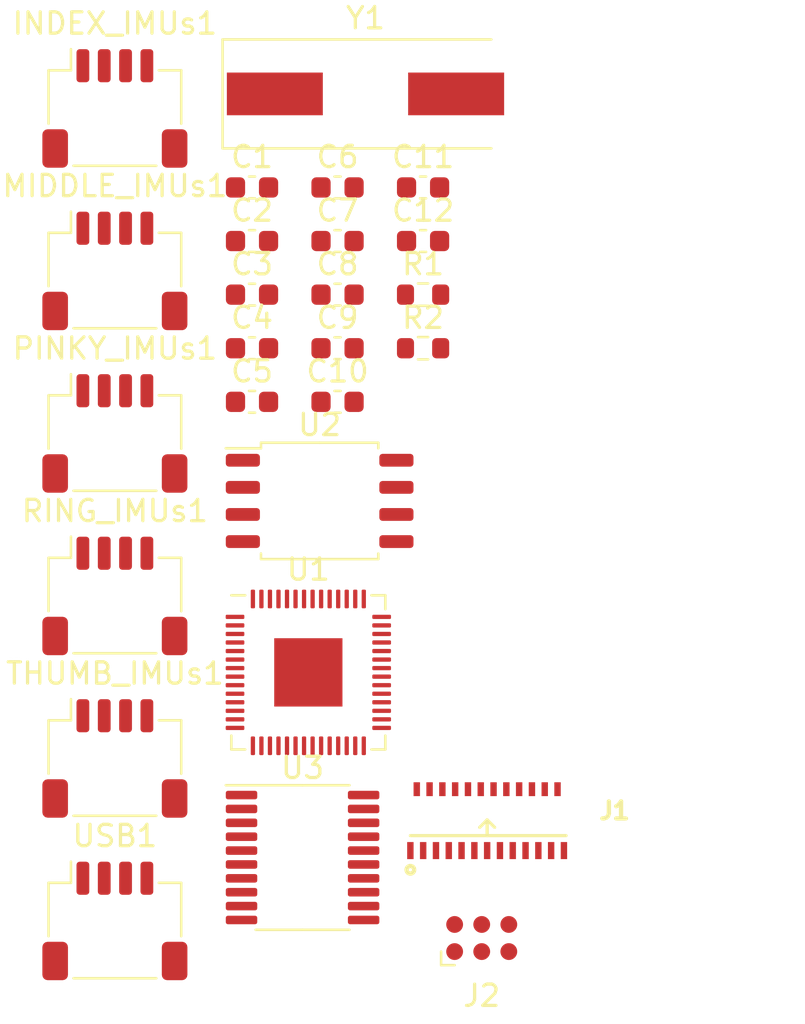
<source format=kicad_pcb>
(kicad_pcb (version 20221018) (generator pcbnew)
  (layers (0 "F.Cu" signal) (31 "B.Cu" signal) (34 "B.Paste" user) (35 "F.Paste" user) (36 "B.SilkS" user "B.Silkscreen") (37 "F.SilkS" user "F.Silkscreen") (38 "B.Mask" user) (39 "F.Mask" user) (44 "Edge.Cuts" user))
  (property "SHEETTOTAL" "1")
  (net 0 "")
  (net 1 "+3V3")
  (net 2 "GND")
  (net 3 "+1V1")
  (net 4 "Net-(U1-ADC_AVDD)")
  (net 5 "Net-(U1-XIN)")
  (net 6 "Net-(C12-Pad1)")
  (net 7 "Net-(INDEX_IMUs1-Pin_2)")
  (net 8 "Net-(INDEX_IMUs1-Pin_3)")
  (net 9 "D10-MI_CS")
  (net 10 "D12-MI_MISO")
  (net 11 "D11-MI_MOSI")
  (net 12 "D13-MI_SCLK")
  (net 13 "FPGA_GPIO_7")
  (net 14 "UART_RX")
  (net 15 "UART_TX")
  (net 16 "HAPTICS_DRV")
  (net 17 "NRF_SWCLK")
  (net 18 "FPGA_GPIO_4")
  (net 19 "FPGA_GPIO_5")
  (net 20 "FPGA_GPIO_6")
  (net 21 "MCU_SWDIO")
  (net 22 "MCU_NRST")
  (net 23 "NRF_NRST")
  (net 24 "NRF_SWDIO")
  (net 25 "MCU_SWCLK")
  (net 26 "FPGA_GPIO_12")
  (net 27 "FPGA_GPIO_13")
  (net 28 "VCORE")
  (net 29 "VSYS")
  (net 30 "VUSB")
  (net 31 "Net-(J2-SWDIO)")
  (net 32 "Net-(J2-~{RESET})")
  (net 33 "Net-(J2-SWCLK)")
  (net 35 "Net-(MIDDLE_IMUs1-Pin_2)")
  (net 36 "Net-(MIDDLE_IMUs1-Pin_3)")
  (net 37 "Net-(PINKY_IMUs1-Pin_2)")
  (net 38 "Net-(PINKY_IMUs1-Pin_3)")
  (net 39 "Net-(U1-XOUT)")
  (net 40 "Net-(RING_IMUs1-Pin_2)")
  (net 41 "Net-(RING_IMUs1-Pin_3)")
  (net 42 "Net-(THUMB_IMUs1-Pin_2)")
  (net 43 "Net-(THUMB_IMUs1-Pin_3)")
  (net 44 "Net-(U1-GPIO0)")
  (net 45 "Net-(U1-GPIO1)")
  (net 46 "Net-(U1-GPIO4)")
  (net 47 "Net-(U1-GPIO5)")
  (net 48 "Net-(U1-GPIO6)")
  (net 68 "Net-(U1-USB_DM)")
  (net 69 "Net-(U1-USB_DP)")
  (net 70 "Net-(U1-QSPI_SD3)")
  (net 71 "Net-(U1-QSPI_SCLK)")
  (net 72 "Net-(U1-QSPI_SD0)")
  (net 73 "Net-(U1-QSPI_SD2)")
  (net 74 "Net-(U1-QSPI_SD1)")
  (net 75 "Net-(U1-QSPI_SS)")
  (net 81 "VUSB_IN")
  (footprint "Connector_JST:JST_SH_SM04B-SRSS-TB_1x04-1MP_P1.00mm_Horizontal" (layer "F.Cu") (at 93.79 85.954)
    (fp_text reference "RING_IMUs1" (at 0 -3.98) (layer "F.SilkS"))
    (fp_text value "Conn_01x04")
    (fp_line (start -3.11 -1.785) (end -2.06 -1.785) (stroke (width 0.12)) (layer "F.SilkS"))
    (fp_line (start -3.11 0.715) (end -3.11 -1.785) (stroke (width 0.12)) (layer "F.SilkS"))
    (fp_line (start -2.06 -1.785) (end -2.06 -2.775) (stroke (width 0.12)) (layer "F.SilkS"))
    (fp_line (start -1.94 2.685) (end 1.94 2.685) (stroke (width 0.12)) (layer "F.SilkS"))
    (fp_line (start 3.11 -1.785) (end 2.06 -1.785) (stroke (width 0.12)) (layer "F.SilkS"))
    (fp_line (start 3.11 0.715) (end 3.11 -1.785) (stroke (width 0.12)) (layer "F.SilkS"))
    (pad "1" smd roundrect (at -1.5 -2) (size 0.6 1.55) (layers "F.Cu" "F.Paste" "F.Mask") (net 2 "GND"))
    (pad "2" smd roundrect (at -0.5 -2) (size 0.6 1.55) (layers "F.Cu" "F.Paste" "F.Mask") (net 40 "Net-(RING_IMUs1-Pin_2)"))
    (pad "3" smd roundrect (at 0.5 -2) (size 0.6 1.55) (layers "F.Cu" "F.Paste" "F.Mask") (net 41 "Net-(RING_IMUs1-Pin_3)"))
    (pad "4" smd roundrect (at 1.5 -2) (size 0.6 1.55) (layers "F.Cu" "F.Paste" "F.Mask") (net 1 "+3V3"))
    (pad "MP" smd roundrect (at -2.8 1.875) (size 1.2 1.8) (layers "F.Cu" "F.Paste" "F.Mask") (roundrect_rratio 0.208333))
    (pad "MP" smd roundrect (at 2.8 1.875) (size 1.2 1.8) (layers "F.Cu" "F.Paste" "F.Mask") (roundrect_rratio 0.208333))
  )
  (footprint "Connector_JST:JST_SH_SM04B-SRSS-TB_1x04-1MP_P1.00mm_Horizontal" (layer "F.Cu") (at 93.79 78.344)
    (fp_text reference "PINKY_IMUs1" (at 0 -3.98) (layer "F.SilkS"))
    (fp_text value "Conn_01x04")
    (fp_line (start -3.11 -1.785) (end -2.06 -1.785) (stroke (width 0.12)) (layer "F.SilkS"))
    (fp_line (start -3.11 0.715) (end -3.11 -1.785) (stroke (width 0.12)) (layer "F.SilkS"))
    (fp_line (start -2.06 -1.785) (end -2.06 -2.775) (stroke (width 0.12)) (layer "F.SilkS"))
    (fp_line (start -1.94 2.685) (end 1.94 2.685) (stroke (width 0.12)) (layer "F.SilkS"))
    (fp_line (start 3.11 -1.785) (end 2.06 -1.785) (stroke (width 0.12)) (layer "F.SilkS"))
    (fp_line (start 3.11 0.715) (end 3.11 -1.785) (stroke (width 0.12)) (layer "F.SilkS"))
    (pad "1" smd roundrect (at -1.5 -2) (size 0.6 1.55) (layers "F.Cu" "F.Paste" "F.Mask") (net 2 "GND"))
    (pad "2" smd roundrect (at -0.5 -2) (size 0.6 1.55) (layers "F.Cu" "F.Paste" "F.Mask") (net 37 "Net-(PINKY_IMUs1-Pin_2)"))
    (pad "3" smd roundrect (at 0.5 -2) (size 0.6 1.55) (layers "F.Cu" "F.Paste" "F.Mask") (net 38 "Net-(PINKY_IMUs1-Pin_3)"))
    (pad "4" smd roundrect (at 1.5 -2) (size 0.6 1.55) (layers "F.Cu" "F.Paste" "F.Mask") (net 1 "+3V3"))
    (pad "MP" smd roundrect (at -2.8 1.875) (size 1.2 1.8) (layers "F.Cu" "F.Paste" "F.Mask") (roundrect_rratio 0.208333))
    (pad "MP" smd roundrect (at 2.8 1.875) (size 1.2 1.8) (layers "F.Cu" "F.Paste" "F.Mask") (roundrect_rratio 0.208333))
  )
  (footprint "Capacitor_SMD:C_0603_1608Metric" (layer "F.Cu") (at 104.23 71.844)
    (fp_text reference "C8" (at 0 -1.43) (layer "F.SilkS"))
    (fp_text value "100n")
    (fp_line (start -0.14058 -0.51) (end 0.14058 -0.51) (stroke (width 0.12)) (layer "F.SilkS"))
    (fp_line (start -0.14058 0.51) (end 0.14058 0.51) (stroke (width 0.12)) (layer "F.SilkS"))
    (pad "1" smd roundrect (at -0.775 0) (size 0.9 0.95) (layers "F.Cu" "F.Paste" "F.Mask") (net 3 "+1V1"))
    (pad "2" smd roundrect (at 0.775 0) (size 0.9 0.95) (layers "F.Cu" "F.Paste" "F.Mask") (net 2 "GND"))
  )
  (footprint "Resistor_SMD:R_0603_1608Metric" (layer "F.Cu") (at 108.24 74.354)
    (fp_text reference "R2" (at 0 -1.43) (layer "F.SilkS"))
    (fp_text value "1k")
    (fp_line (start -0.237258 -0.5225) (end 0.237258 -0.5225) (stroke (width 0.12)) (layer "F.SilkS"))
    (fp_line (start -0.237258 0.5225) (end 0.237258 0.5225) (stroke (width 0.12)) (layer "F.SilkS"))
    (pad "1" smd roundrect (at -0.825 0) (size 0.8 0.95) (layers "F.Cu" "F.Paste" "F.Mask") (net 6 "Net-(C12-Pad1)"))
    (pad "2" smd roundrect (at 0.825 0) (size 0.8 0.95) (layers "F.Cu" "F.Paste" "F.Mask") (net 39 "Net-(U1-XOUT)"))
  )
  (footprint "Capacitor_SMD:C_0603_1608Metric" (layer "F.Cu") (at 100.22 69.334)
    (fp_text reference "C2" (at 0 -1.43) (layer "F.SilkS"))
    (fp_text value "100n")
    (fp_line (start -0.14058 -0.51) (end 0.14058 -0.51) (stroke (width 0.12)) (layer "F.SilkS"))
    (fp_line (start -0.14058 0.51) (end 0.14058 0.51) (stroke (width 0.12)) (layer "F.SilkS"))
    (pad "1" smd roundrect (at -0.775 0) (size 0.9 0.95) (layers "F.Cu" "F.Paste" "F.Mask") (net 1 "+3V3"))
    (pad "2" smd roundrect (at 0.775 0) (size 0.9 0.95) (layers "F.Cu" "F.Paste" "F.Mask") (net 2 "GND"))
  )
  (footprint "Capacitor_SMD:C_0603_1608Metric" (layer "F.Cu") (at 104.23 66.824)
    (fp_text reference "C6" (at 0 -1.43) (layer "F.SilkS"))
    (fp_text value "100n")
    (fp_line (start -0.14058 -0.51) (end 0.14058 -0.51) (stroke (width 0.12)) (layer "F.SilkS"))
    (fp_line (start -0.14058 0.51) (end 0.14058 0.51) (stroke (width 0.12)) (layer "F.SilkS"))
    (pad "1" smd roundrect (at -0.775 0) (size 0.9 0.95) (layers "F.Cu" "F.Paste" "F.Mask") (net 1 "+3V3"))
    (pad "2" smd roundrect (at 0.775 0) (size 0.9 0.95) (layers "F.Cu" "F.Paste" "F.Mask") (net 2 "GND"))
  )
  (footprint "Package_SO:SOP-8_5.28x5.23mm_P1.27mm" (layer "F.Cu") (at 103.39 81.504)
    (fp_text reference "U2" (at 0 -3.56) (layer "F.SilkS"))
    (fp_text value "MX25L3233FM2")
    (fp_line (start -2.75 -2.725) (end -2.75 -2.465) (stroke (width 0.12)) (layer "F.SilkS"))
    (fp_line (start -2.75 -2.465) (end -4.4 -2.465) (stroke (width 0.12)) (layer "F.SilkS"))
    (fp_line (start -2.75 2.725) (end -2.75 2.465) (stroke (width 0.12)) (layer "F.SilkS"))
    (fp_line (start 0 -2.725) (end -2.75 -2.725) (stroke (width 0.12)) (layer "F.SilkS"))
    (fp_line (start 0 -2.725) (end 2.75 -2.725) (stroke (width 0.12)) (layer "F.SilkS"))
    (fp_line (start 0 2.725) (end -2.75 2.725) (stroke (width 0.12)) (layer "F.SilkS"))
    (fp_line (start 0 2.725) (end 2.75 2.725) (stroke (width 0.12)) (layer "F.SilkS"))
    (fp_line (start 2.75 -2.725) (end 2.75 -2.465) (stroke (width 0.12)) (layer "F.SilkS"))
    (fp_line (start 2.75 2.725) (end 2.75 2.465) (stroke (width 0.12)) (layer "F.SilkS"))
    (pad "1" smd roundrect (at -3.6 -1.905) (size 1.6 0.6) (layers "F.Cu" "F.Paste" "F.Mask") (net 75 "Net-(U1-QSPI_SS)"))
    (pad "2" smd roundrect (at -3.6 -0.635) (size 1.6 0.6) (layers "F.Cu" "F.Paste" "F.Mask") (net 74 "Net-(U1-QSPI_SD1)"))
    (pad "3" smd roundrect (at -3.6 0.635) (size 1.6 0.6) (layers "F.Cu" "F.Paste" "F.Mask") (net 73 "Net-(U1-QSPI_SD2)"))
    (pad "4" smd roundrect (at -3.6 1.905) (size 1.6 0.6) (layers "F.Cu" "F.Paste" "F.Mask") (net 2 "GND"))
    (pad "5" smd roundrect (at 3.6 1.905) (size 1.6 0.6) (layers "F.Cu" "F.Paste" "F.Mask") (net 72 "Net-(U1-QSPI_SD0)"))
    (pad "6" smd roundrect (at 3.6 0.635) (size 1.6 0.6) (layers "F.Cu" "F.Paste" "F.Mask") (net 71 "Net-(U1-QSPI_SCLK)"))
    (pad "7" smd roundrect (at 3.6 -0.635) (size 1.6 0.6) (layers "F.Cu" "F.Paste" "F.Mask") (net 70 "Net-(U1-QSPI_SD3)"))
    (pad "8" smd roundrect (at 3.6 -1.905) (size 1.6 0.6) (layers "F.Cu" "F.Paste" "F.Mask") (net 1 "+3V3"))
  )
  (footprint "Connector:Tag-Connect_TC2030-IDC-NL_2x03_P1.27mm_Vertical" (layer "F.Cu") (at 110.99 101.974)
    (fp_text reference "J2" (at 0 2.7) (layer "F.SilkS"))
    (fp_text value "Conn_ARM_SWD_TagConnect_TC2030-NL")
    (fp_line (start -1.905 1.27) (end -1.905 0.635) (stroke (width 0.12)) (layer "F.SilkS"))
    (fp_line (start -1.27 1.27) (end -1.905 1.27) (stroke (width 0.12)) (layer "F.SilkS"))
    (pad "" np_thru_hole circle (at -2.54 0) (size 0.9906 0.9906) (drill 0.9906) (layers "*.Cu" "*.Mask"))
    (pad "" np_thru_hole circle (at 2.54 -1.016) (size 0.9906 0.9906) (drill 0.9906) (layers "*.Cu" "*.Mask"))
    (pad "" np_thru_hole circle (at 2.54 1.016) (size 0.9906 0.9906) (drill 0.9906) (layers "*.Cu" "*.Mask"))
    (pad "1" connect circle (at -1.27 0.635) (size 0.7874 0.7874) (layers "F.Cu" "F.Mask") (net 1 "+3V3"))
    (pad "2" connect circle (at -1.27 -0.635) (size 0.7874 0.7874) (layers "F.Cu" "F.Mask") (net 31 "Net-(J2-SWDIO)"))
    (pad "3" connect circle (at 0 0.635) (size 0.7874 0.7874) (layers "F.Cu" "F.Mask") (net 32 "Net-(J2-~{RESET})"))
    (pad "4" connect circle (at 0 -0.635) (size 0.7874 0.7874) (layers "F.Cu" "F.Mask") (net 33 "Net-(J2-SWCLK)"))
    (pad "5" connect circle (at 1.27 0.635) (size 0.7874 0.7874) (layers "F.Cu" "F.Mask") (net 2 "GND"))
    (pad "6" connect circle (at 1.27 -0.635) (size 0.7874 0.7874) (layers "F.Cu" "F.Mask"))
  )
  (footprint "Connector_JST:JST_SH_SM04B-SRSS-TB_1x04-1MP_P1.00mm_Horizontal" (layer "F.Cu") (at 93.79 93.564)
    (fp_text reference "THUMB_IMUs1" (at 0 -3.98) (layer "F.SilkS"))
    (fp_text value "Conn_01x04")
    (fp_line (start -3.11 -1.785) (end -2.06 -1.785) (stroke (width 0.12)) (layer "F.SilkS"))
    (fp_line (start -3.11 0.715) (end -3.11 -1.785) (stroke (width 0.12)) (layer "F.SilkS"))
    (fp_line (start -2.06 -1.785) (end -2.06 -2.775) (stroke (width 0.12)) (layer "F.SilkS"))
    (fp_line (start -1.94 2.685) (end 1.94 2.685) (stroke (width 0.12)) (layer "F.SilkS"))
    (fp_line (start 3.11 -1.785) (end 2.06 -1.785) (stroke (width 0.12)) (layer "F.SilkS"))
    (fp_line (start 3.11 0.715) (end 3.11 -1.785) (stroke (width 0.12)) (layer "F.SilkS"))
    (pad "1" smd roundrect (at -1.5 -2) (size 0.6 1.55) (layers "F.Cu" "F.Paste" "F.Mask") (net 2 "GND"))
    (pad "2" smd roundrect (at -0.5 -2) (size 0.6 1.55) (layers "F.Cu" "F.Paste" "F.Mask") (net 42 "Net-(THUMB_IMUs1-Pin_2)"))
    (pad "3" smd roundrect (at 0.5 -2) (size 0.6 1.55) (layers "F.Cu" "F.Paste" "F.Mask") (net 43 "Net-(THUMB_IMUs1-Pin_3)"))
    (pad "4" smd roundrect (at 1.5 -2) (size 0.6 1.55) (layers "F.Cu" "F.Paste" "F.Mask") (net 1 "+3V3"))
    (pad "MP" smd roundrect (at -2.8 1.875) (size 1.2 1.8) (layers "F.Cu" "F.Paste" "F.Mask") (roundrect_rratio 0.208333))
    (pad "MP" smd roundrect (at 2.8 1.875) (size 1.2 1.8) (layers "F.Cu" "F.Paste" "F.Mask") (roundrect_rratio 0.208333))
  )
  (footprint "Capacitor_SMD:C_0603_1608Metric" (layer "F.Cu") (at 104.23 74.354)
    (fp_text reference "C9" (at 0 -1.43) (layer "F.SilkS"))
    (fp_text value "100n")
    (fp_line (start -0.14058 -0.51) (end 0.14058 -0.51) (stroke (width 0.12)) (layer "F.SilkS"))
    (fp_line (start -0.14058 0.51) (end 0.14058 0.51) (stroke (width 0.12)) (layer "F.SilkS"))
    (pad "1" smd roundrect (at -0.775 0) (size 0.9 0.95) (layers "F.Cu" "F.Paste" "F.Mask") (net 3 "+1V1"))
    (pad "2" smd roundrect (at 0.775 0) (size 0.9 0.95) (layers "F.Cu" "F.Paste" "F.Mask") (net 2 "GND"))
  )
  (footprint "Capacitor_SMD:C_0603_1608Metric" (layer "F.Cu") (at 100.22 71.844)
    (fp_text reference "C3" (at 0 -1.43) (layer "F.SilkS"))
    (fp_text value "100n")
    (fp_line (start -0.14058 -0.51) (end 0.14058 -0.51) (stroke (width 0.12)) (layer "F.SilkS"))
    (fp_line (start -0.14058 0.51) (end 0.14058 0.51) (stroke (width 0.12)) (layer "F.SilkS"))
    (pad "1" smd roundrect (at -0.775 0) (size 0.9 0.95) (layers "F.Cu" "F.Paste" "F.Mask") (net 1 "+3V3"))
    (pad "2" smd roundrect (at 0.775 0) (size 0.9 0.95) (layers "F.Cu" "F.Paste" "F.Mask") (net 2 "GND"))
  )
  (footprint "Connector_JST:JST_SH_SM04B-SRSS-TB_1x04-1MP_P1.00mm_Horizontal" (layer "F.Cu") (at 93.79 101.174)
    (fp_text reference "USB1" (at 0 -3.98) (layer "F.SilkS"))
    (fp_text value "Conn_01x04")
    (fp_line (start -3.11 -1.785) (end -2.06 -1.785) (stroke (width 0.12)) (layer "F.SilkS"))
    (fp_line (start -3.11 0.715) (end -3.11 -1.785) (stroke (width 0.12)) (layer "F.SilkS"))
    (fp_line (start -2.06 -1.785) (end -2.06 -2.775) (stroke (width 0.12)) (layer "F.SilkS"))
    (fp_line (start -1.94 2.685) (end 1.94 2.685) (stroke (width 0.12)) (layer "F.SilkS"))
    (fp_line (start 3.11 -1.785) (end 2.06 -1.785) (stroke (width 0.12)) (layer "F.SilkS"))
    (fp_line (start 3.11 0.715) (end 3.11 -1.785) (stroke (width 0.12)) (layer "F.SilkS"))
    (pad "1" smd roundrect (at -1.5 -2) (size 0.6 1.55) (layers "F.Cu" "F.Paste" "F.Mask") (net 2 "GND"))
    (pad "2" smd roundrect (at -0.5 -2) (size 0.6 1.55) (layers "F.Cu" "F.Paste" "F.Mask") (net 68 "Net-(U1-USB_DM)"))
    (pad "3" smd roundrect (at 0.5 -2) (size 0.6 1.55) (layers "F.Cu" "F.Paste" "F.Mask") (net 69 "Net-(U1-USB_DP)"))
    (pad "4" smd roundrect (at 1.5 -2) (size 0.6 1.55) (layers "F.Cu" "F.Paste" "F.Mask") (net 81 "VUSB_IN"))
    (pad "MP" smd roundrect (at -2.8 1.875) (size 1.2 1.8) (layers "F.Cu" "F.Paste" "F.Mask") (roundrect_rratio 0.208333))
    (pad "MP" smd roundrect (at 2.8 1.875) (size 1.2 1.8) (layers "F.Cu" "F.Paste" "F.Mask") (roundrect_rratio 0.208333))
  )
  (footprint "Capacitor_SMD:C_0603_1608Metric" (layer "F.Cu") (at 108.24 69.334)
    (fp_text reference "C12" (at 0 -1.43) (layer "F.SilkS"))
    (fp_text value "20p")
    (fp_line (start -0.14058 -0.51) (end 0.14058 -0.51) (stroke (width 0.12)) (layer "F.SilkS"))
    (fp_line (start -0.14058 0.51) (end 0.14058 0.51) (stroke (width 0.12)) (layer "F.SilkS"))
    (pad "1" smd roundrect (at -0.775 0) (size 0.9 0.95) (layers "F.Cu" "F.Paste" "F.Mask") (net 6 "Net-(C12-Pad1)"))
    (pad "2" smd roundrect (at 0.775 0) (size 0.9 0.95) (layers "F.Cu" "F.Paste" "F.Mask") (net 2 "GND"))
  )
  (footprint "Capacitor_SMD:C_0603_1608Metric" (layer "F.Cu") (at 104.23 69.334)
    (fp_text reference "C7" (at 0 -1.43) (layer "F.SilkS"))
    (fp_text value "2.2u")
    (fp_line (start -0.14058 -0.51) (end 0.14058 -0.51) (stroke (width 0.12)) (layer "F.SilkS"))
    (fp_line (start -0.14058 0.51) (end 0.14058 0.51) (stroke (width 0.12)) (layer "F.SilkS"))
    (pad "1" smd roundrect (at -0.775 0) (size 0.9 0.95) (layers "F.Cu" "F.Paste" "F.Mask") (net 3 "+1V1"))
    (pad "2" smd roundrect (at 0.775 0) (size 0.9 0.95) (layers "F.Cu" "F.Paste" "F.Mask") (net 2 "GND"))
  )
  (footprint "my_connectors:25PIN FRONT FLIP 0.6mm PITCH AYF332535A" (layer "F.Cu") (at 111.24454 96.4415)
    (fp_text reference "J1" (at 5.1562 0.0408 unlocked) (layer "F.SilkS") (effects (font (size 0.8 0.8) (thickness 0.2)) (justify left bottom)))
    (fp_text value "Conn_01x25" hide)
    (fp_line (start -3.6 0.7366) (end 3.7 0.7366) (stroke (width 0.15)) (layer "F.SilkS"))
    (fp_line (start -0.35 0.35) (end 0 0) (stroke (width 0.15)) (layer "F.SilkS"))
    (fp_line (start 0 0) (end 0.35 0.35) (stroke (width 0.15)) (layer "F.SilkS"))
    (fp_line (start 0 0.7366) (end 0 0) (stroke (width 0.15)) (layer "F.SilkS"))
    (fp_circle (center -3.6 2.3368) (end -3.6 2.25726) (stroke (width 0.2)) (fill none) (layer "F.SilkS"))
    (pad "1" smd rect (at -3.6 1.4375 90) (size 0.8 0.3) (layers "F.Cu" "F.Paste" "F.Mask") (net 2 "GND"))
    (pad "2" smd rect (at -3.3 -1.4375 90) (size 0.65 0.3) (layers "F.Cu" "F.Paste" "F.Mask") (net 2 "GND"))
    (pad "3" smd rect (at -3 1.4375 90) (size 0.8 0.3) (layers "F.Cu" "F.Paste" "F.Mask") (net 9 "D10-MI_CS"))
    (pad "4" smd rect (at -2.7 -1.4375 90) (size 0.65 0.3) (layers "F.Cu" "F.Paste" "F.Mask") (net 10 "D12-MI_MISO"))
    (pad "5" smd rect (at -2.4 1.4375 90) (size 0.8 0.3) (layers "F.Cu" "F.Paste" "F.Mask") (net 11 "D11-MI_MOSI"))
    (pad "6" smd rect (at -2.1 -1.4375 90) (size 0.65 0.3) (layers "F.Cu" "F.Paste" "F.Mask") (net 12 "D13-MI_SCLK"))
    (pad "7" smd rect (at -1.8 1.4375 90) (size 0.8 0.3) (layers "F.Cu" "F.Paste" "F.Mask") (net 13 "FPGA_GPIO_7"))
    (pad "8" smd rect (at -1.5 -1.4375 90) (size 0.65 0.3) (layers "F.Cu" "F.Paste" "F.Mask") (net 14 "UART_RX"))
    (pad "9" smd rect (at -1.2 1.4375 90) (size 0.8 0.3) (layers "F.Cu" "F.Paste" "F.Mask") (net 15 "UART_TX"))
    (pad "10" smd rect (at -0.9 -1.4375 90) (size 0.65 0.3) (layers "F.Cu" "F.Paste" "F.Mask") (net 16 "HAPTICS_DRV"))
    (pad "11" smd rect (at -0.6 1.4375 90) (size 0.8 0.3) (layers "F.Cu" "F.Paste" "F.Mask") (net 17 "NRF_SWCLK"))
    (pad "12" smd rect (at -0.3 -1.4375 90) (size 0.65 0.3) (layers "F.Cu" "F.Paste" "F.Mask") (net 18 "FPGA_GPIO_4"))
    (pad "13" smd rect (at 0 1.4375 90) (size 0.8 0.3) (layers "F.Cu" "F.Paste" "F.Mask") (net 19 "FPGA_GPIO_5"))
    (pad "14" smd rect (at 0.3 -1.4375 90) (size 0.65 0.3) (layers "F.Cu" "F.Paste" "F.Mask") (net 20 "FPGA_GPIO_6"))
    (pad "15" smd rect (at 0.6 1.4375 90) (size 0.8 0.3) (layers "F.Cu" "F.Paste" "F.Mask") (net 21 "MCU_SWDIO"))
    (pad "16" smd rect (at 0.9 -1.4375 90) (size 0.65 0.3) (layers "F.Cu" "F.Paste" "F.Mask") (net 22 "MCU_NRST"))
    (pad "17" smd rect (at 1.2 1.4375 90) (size 0.8 0.3) (layers "F.Cu" "F.Paste" "F.Mask") (net 23 "NRF_NRST"))
    (pad "18" smd rect (at 1.5 -1.4375 90) (size 0.65 0.3) (layers "F.Cu" "F.Paste" "F.Mask") (net 24 "NRF_SWDIO"))
    (pad "19" smd rect (at 1.8 1.4375 90) (size 0.8 0.3) (layers "F.Cu" "F.Paste" "F.Mask") (net 25 "MCU_SWCLK"))
    (pad "20" smd rect (at 2.1 -1.4375 90) (size 0.65 0.3) (layers "F.Cu" "F.Paste" "F.Mask") (net 26 "FPGA_GPIO_12"))
    (pad "21" smd rect (at 2.4 1.4375 90) (size 0.8 0.3) (layers "F.Cu" "F.Paste" "F.Mask") (net 27 "FPGA_GPIO_13"))
    (pad "22" smd rect (at 2.7 -1.4375 90) (size 0.65 0.3) (layers "F.Cu" "F.Paste" "F.Mask") (net 28 "VCORE"))
    (pad "23" smd rect (at 3 1.4375 90) (size 0.8 0.3) (layers "F.Cu" "F.Paste" "F.Mask") (net 1 "+3V3"))
    (pad "24" smd rect (at 3.3 -1.4375 90) (size 0.65 0.3) (layers "F.Cu" "F.Paste" "F.Mask") (net 29 "VSYS"))
    (pad "25" smd rect (at 3.6 1.4375 90) (size 0.8 0.3) (layers "F.Cu" "F.Paste" "F.Mask") (net 30 "VUSB"))
  )
  (footprint "Capacitor_SMD:C_0603_1608Metric" (layer "F.Cu") (at 100.22 76.864)
    (fp_text reference "C5" (at 0 -1.43) (layer "F.SilkS"))
    (fp_text value "100n")
    (fp_line (start -0.14058 -0.51) (end 0.14058 -0.51) (stroke (width 0.12)) (layer "F.SilkS"))
    (fp_line (start -0.14058 0.51) (end 0.14058 0.51) (stroke (width 0.12)) (layer "F.SilkS"))
    (pad "1" smd roundrect (at -0.775 0) (size 0.9 0.95) (layers "F.Cu" "F.Paste" "F.Mask") (net 1 "+3V3"))
    (pad "2" smd roundrect (at 0.775 0) (size 0.9 0.95) (layers "F.Cu" "F.Paste" "F.Mask") (net 2 "GND"))
  )
  (footprint "Capacitor_SMD:C_0603_1608Metric" (layer "F.Cu") (at 100.22 66.824)
    (fp_text reference "C1" (at 0 -1.43) (layer "F.SilkS"))
    (fp_text value "2.2u")
    (fp_line (start -0.14058 -0.51) (end 0.14058 -0.51) (stroke (width 0.12)) (layer "F.SilkS"))
    (fp_line (start -0.14058 0.51) (end 0.14058 0.51) (stroke (width 0.12)) (layer "F.SilkS"))
    (pad "1" smd roundrect (at -0.775 0) (size 0.9 0.95) (layers "F.Cu" "F.Paste" "F.Mask") (net 1 "+3V3"))
    (pad "2" smd roundrect (at 0.775 0) (size 0.9 0.95) (layers "F.Cu" "F.Paste" "F.Mask") (net 2 "GND"))
  )
  (footprint "Capacitor_SMD:C_0603_1608Metric" (layer "F.Cu") (at 100.22 74.354)
    (fp_text reference "C4" (at 0 -1.43) (layer "F.SilkS"))
    (fp_text value "100n")
    (fp_line (start -0.14058 -0.51) (end 0.14058 -0.51) (stroke (width 0.12)) (layer "F.SilkS"))
    (fp_line (start -0.14058 0.51) (end 0.14058 0.51) (stroke (width 0.12)) (layer "F.SilkS"))
    (pad "1" smd roundrect (at -0.775 0) (size 0.9 0.95) (layers "F.Cu" "F.Paste" "F.Mask") (net 1 "+3V3"))
    (pad "2" smd roundrect (at 0.775 0) (size 0.9 0.95) (layers "F.Cu" "F.Paste" "F.Mask") (net 2 "GND"))
  )
  (footprint "Package_DFN_QFN:QFN-56-1EP_7x7mm_P0.4mm_EP3.2x3.2mm" (layer "F.Cu") (at 102.86 89.534)
    (fp_text reference "U1" (at 0 -4.82) (layer "F.SilkS"))
    (fp_text value "RP2040")
    (fp_line (start -3.61 3.61) (end -3.61 2.96) (stroke (width 0.12)) (layer "F.SilkS"))
    (fp_line (start -2.96 -3.61) (end -3.61 -3.61) (stroke (width 0.12)) (layer "F.SilkS"))
    (fp_line (start -2.96 3.61) (end -3.61 3.61) (stroke (width 0.12)) (layer "F.SilkS"))
    (fp_line (start 2.96 -3.61) (end 3.61 -3.61) (stroke (width 0.12)) (layer "F.SilkS"))
    (fp_line (start 2.96 3.61) (end 3.61 3.61) (stroke (width 0.12)) (layer "F.SilkS"))
    (fp_line (start 3.61 -3.61) (end 3.61 -2.96) (stroke (width 0.12)) (layer "F.SilkS"))
    (fp_line (start 3.61 3.61) (end 3.61 2.96) (stroke (width 0.12)) (layer "F.SilkS"))
    (pad "1" smd roundrect (at -3.4375 -2.6) (size 0.875 0.2) (layers "F.Cu" "F.Paste" "F.Mask") (net 1 "+3V3"))
    (pad "2" smd roundrect (at -3.4375 -2.2) (size 0.875 0.2) (layers "F.Cu" "F.Paste" "F.Mask") (net 44 "Net-(U1-GPIO0)"))
    (pad "3" smd roundrect (at -3.4375 -1.8) (size 0.875 0.2) (layers "F.Cu" "F.Paste" "F.Mask") (net 45 "Net-(U1-GPIO1)"))
    (pad "4" smd roundrect (at -3.4375 -1.4) (size 0.875 0.2) (layers "F.Cu" "F.Paste" "F.Mask") (net 8 "Net-(INDEX_IMUs1-Pin_3)"))
    (pad "5" smd roundrect (at -3.4375 -1) (size 0.875 0.2) (layers "F.Cu" "F.Paste" "F.Mask") (net 7 "Net-(INDEX_IMUs1-Pin_2)"))
    (pad "6" smd roundrect (at -3.4375 -0.6) (size 0.875 0.2) (layers "F.Cu" "F.Paste" "F.Mask") (net 46 "Net-(U1-GPIO4)"))
    (pad "7" smd roundrect (at -3.4375 -0.2) (size 0.875 0.2) (layers "F.Cu" "F.Paste" "F.Mask") (net 47 "Net-(U1-GPIO5)"))
    (pad "8" smd roundrect (at -3.4375 0.2) (size 0.875 0.2) (layers "F.Cu" "F.Paste" "F.Mask") (net 48 "Net-(U1-GPIO6)"))
    (pad "9" smd roundrect (at -3.4375 0.6) (size 0.875 0.2) (layers "F.Cu" "F.Paste" "F.Mask"))
    (pad "10" smd roundrect (at -3.4375 1) (size 0.875 0.2) (layers "F.Cu" "F.Paste" "F.Mask") (net 1 "+3V3"))
    (pad "11" smd roundrect (at -3.4375 1.4) (size 0.875 0.2) (layers "F.Cu" "F.Paste" "F.Mask"))
    (pad "12" smd roundrect (at -3.4375 1.8) (size 0.875 0.2) (layers "F.Cu" "F.Paste" "F.Mask"))
    (pad "13" smd roundrect (at -3.4375 2.2) (size 0.875 0.2) (layers "F.Cu" "F.Paste" "F.Mask"))
    (pad "14" smd roundrect (at -3.4375 2.6) (size 0.875 0.2) (layers "F.Cu" "F.Paste" "F.Mask"))
    (pad "15" smd roundrect (at -2.6 3.4375) (size 0.2 0.875) (layers "F.Cu" "F.Paste" "F.Mask") (net 10 "D12-MI_MISO"))
    (pad "16" smd roundrect (at -2.2 3.4375) (size 0.2 0.875) (layers "F.Cu" "F.Paste" "F.Mask") (net 9 "D10-MI_CS"))
    (pad "17" smd roundrect (at -1.8 3.4375) (size 0.2 0.875) (layers "F.Cu" "F.Paste" "F.Mask") (net 12 "D13-MI_SCLK"))
    (pad "18" smd roundrect (at -1.4 3.4375) (size 0.2 0.875) (layers "F.Cu" "F.Paste" "F.Mask") (net 11 "D11-MI_MOSI"))
    (pad "19" smd roundrect (at -1 3.4375) (size 0.2 0.875) (layers "F.Cu" "F.Paste" "F.Mask") (net 2 "GND"))
    (pad "20" smd roundrect (at -0.6 3.4375) (size 0.2 0.875) (layers "F.Cu" "F.Paste" "F.Mask") (net 5 "Net-(U1-XIN)"))
    (pad "21" smd roundrect (at -0.2 3.4375) (size 0.2 0.875) (layers "F.Cu" "F.Paste" "F.Mask") (net 39 "Net-(U1-XOUT)"))
    (pad "22" smd roundrect (at 0.2 3.4375) (size 0.2 0.875) (layers "F.Cu" "F.Paste" "F.Mask") (net 1 "+3V3"))
    (pad "23" smd roundrect (at 0.6 3.4375) (size 0.2 0.875) (layers "F.Cu" "F.Paste" "F.Mask") (net 3 "+1V1"))
    (pad "24" smd roundrect (at 1 3.4375) (size 0.2 0.875) (layers "F.Cu" "F.Paste" "F.Mask") (net 33 "Net-(J2-SWCLK)"))
    (pad "25" smd roundrect (at 1.4 3.4375) (size 0.2 0.875) (layers "F.Cu" "F.Paste" "F.Mask") (net 31 "Net-(J2-SWDIO)"))
    (pad "26" smd roundrect (at 1.8 3.4375) (size 0.2 0.875) (layers "F.Cu" "F.Paste" "F.Mask") (net 32 "Net-(J2-~{RESET})"))
    (pad "27" smd roundrect (at 2.2 3.4375) (size 0.2 0.875) (layers "F.Cu" "F.Paste" "F.Mask"))
    (pad "28" smd roundrect (at 2.6 3.4375) (size 0.2 0.875) (layers "F.Cu" "F.Paste" "F.Mask"))
    (pad "29" smd roundrect (at 3.4375 2.6) (size 0.875 0.2) (layers "F.Cu" "F.Paste" "F.Mask"))
    (pad "30" smd roundrect (at 3.4375 2.2) (size 0.875 0.2) (layers "F.Cu" "F.Paste" "F.Mask"))
    (pad "31" smd roundrect (at 3.4375 1.8) (size 0.875 0.2) (layers "F.Cu" "F.Paste" "F.Mask"))
    (pad "32" smd roundrect (at 3.4375 1.4) (size 0.875 0.2) (layers "F.Cu" "F.Paste" "F.Mask"))
    (pad "33" smd roundrect (at 3.4375 1) (size 0.875 0.2) (layers "F.Cu" "F.Paste" "F.Mask") (net 1 "+3V3"))
    (pad "34" smd roundrect (at 3.4375 0.6) (size 0.875 0.2) (layers "F.Cu" "F.Paste" "F.Mask"))
    (pad "35" smd roundrect (at 3.4375 0.2) (size 0.875 0.2) (layers "F.Cu" "F.Paste" "F.Mask"))
    (pad "36" smd roundrect (at 3.4375 -0.2) (size 0.875 0.2) (layers "F.Cu" "F.Paste" "F.Mask"))
    (pad "37" smd roundrect (at 3.4375 -0.6) (size 0.875 0.2) (layers "F.Cu" "F.Paste" "F.Mask"))
    (pad "38" smd roundrect (at 3.4375 -1) (size 0.875 0.2) (layers "F.Cu" "F.Paste" "F.Mask"))
    (pad "39" smd roundrect (at 3.4375 -1.4) (size 0.875 0.2) (layers "F.Cu" "F.Paste" "F.Mask"))
    (pad "40" smd roundrect (at 3.4375 -1.8) (size 0.875 0.2) (layers "F.Cu" "F.Paste" "F.Mask"))
    (pad "41" smd roundrect (at 3.4375 -2.2) (size 0.875 0.2) (layers "F.Cu" "F.Paste" "F.Mask"))
    (pad "42" smd roundrect (at 3.4375 -2.6) (size 0.875 0.2) (layers "F.Cu" "F.Paste" "F.Mask") (net 1 "+3V3"))
    (pad "43" smd roundrect (at 2.6 -3.4375) (size 0.2 0.875) (layers "F.Cu" "F.Paste" "F.Mask") (net 4 "Net-(U1-ADC_AVDD)"))
    (pad "44" smd roundrect (at 2.2 -3.4375) (size 0.2 0.875) (layers "F.Cu" "F.Paste" "F.Mask") (net 1 "+3V3"))
    (pad "45" smd roundrect (at 1.8 -3.4375) (size 0.2 0.875) (layers "F.Cu" "F.Paste" "F.Mask") (net 3 "+1V1"))
    (pad "46" smd roundrect (at 1.4 -3.4375) (size 0.2 0.875) (layers "F.Cu" "F.Paste" "F.Mask") (net 68 "Net-(U1-USB_DM)"))
    (pad "47" smd roundrect (at 1 -3.4375) (size 0.2 0.875) (layers "F.Cu" "F.Paste" "F.Mask") (net 69 "Net-(U1-USB_DP)"))
    (pad "48" smd roundrect (at 0.6 -3.4375) (size 0.2 0.875) (layers "F.Cu" "F.Paste" "F.Mask") (net 1 "+3V3"))
    (pad "49" smd roundrect (at 0.2 -3.4375) (size 0.2 0.875) (layers "F.Cu" "F.Paste" "F.Mask") (net 1 "+3V3"))
    (pad "50" smd roundrect (at -0.2 -3.4375) (size 0.2 0.875) (layers "F.Cu" "F.Paste" "F.Mask") (net 3 "+1V1"))
    (pad "51" smd roundrect (at -0.6 -3.4375) (size 0.2 0.875) (layers "F.Cu" "F.Paste" "F.Mask") (net 70 "Net-(U1-QSPI_SD3)"))
    (pad "52" smd roundrect (at -1 -3.4375) (size 0.2 0.875) (layers "F.Cu" "F.Paste" "F.Mask") (net 71 "Net-(U1-QSPI_SCLK)"))
    (pad "53" smd roundrect (at -1.4 -3.4375) (size 0.2 0.875) (layers "F.Cu" "F.Paste" "F.Mask") (net 72 "Net-(U1-QSPI_SD0)"))
    (pad "54" smd roundrect (at -1.8 -3.4375) (size 0.2 0.875) (layers "F.Cu" "F.Paste" "F.Mask") (net 73 "Net-(U1-QSPI_SD2)"))
    (pad "55" smd roundrect (at -2.2 -3.4375) (size 0.2 0.875) (layers "F.Cu" "F.Paste" "F.Mask") (net 74 "Net-(U1-QSPI_SD1)"))
    (pad "56" smd roundrect (at -2.6 -3.4375) (size 0.2 0.875) (layers "F.Cu" "F.Paste" "F.Mask") (net 75 "Net-(U1-QSPI_SS)"))
    (pad "57" smd rect (at 0 0) (size 3.2 3.2) (layers "F.Cu" "F.Mask") (net 2 "GND"))
  )
  (footprint "Capacitor_SMD:C_0603_1608Metric" (layer "F.Cu") (at 104.23 76.864)
    (fp_text reference "C10" (at 0 -1.43) (layer "F.SilkS"))
    (fp_text value "2.2u")
    (fp_line (start -0.14058 -0.51) (end 0.14058 -0.51) (stroke (width 0.12)) (layer "F.SilkS"))
    (fp_line (start -0.14058 0.51) (end 0.14058 0.51) (stroke (width 0.12)) (layer "F.SilkS"))
    (pad "1" smd roundrect (at -0.775 0) (size 0.9 0.95) (layers "F.Cu" "F.Paste" "F.Mask") (net 4 "Net-(U1-ADC_AVDD)"))
    (pad "2" smd roundrect (at 0.775 0) (size 0.9 0.95) (layers "F.Cu" "F.Paste" "F.Mask") (net 2 "GND"))
  )
  (footprint "Resistor_SMD:R_0603_1608Metric" (layer "F.Cu") (at 108.24 71.844)
    (fp_text reference "R1" (at 0 -1.43) (layer "F.SilkS"))
    (fp_text value "200")
    (fp_line (start -0.237258 -0.5225) (end 0.237258 -0.5225) (stroke (width 0.12)) (layer "F.SilkS"))
    (fp_line (start -0.237258 0.5225) (end 0.237258 0.5225) (stroke (width 0.12)) (layer "F.SilkS"))
    (pad "1" smd roundrect (at -0.825 0) (size 0.8 0.95) (layers "F.Cu" "F.Paste" "F.Mask") (net 1 "+3V3"))
    (pad "2" smd roundrect (at 0.825 0) (size 0.8 0.95) (layers "F.Cu" "F.Paste" "F.Mask") (net 4 "Net-(U1-ADC_AVDD)"))
  )
  (footprint "Connector_JST:JST_SH_SM04B-SRSS-TB_1x04-1MP_P1.00mm_Horizontal" (layer "F.Cu") (at 93.79 63.124)
    (fp_text reference "INDEX_IMUs1" (at 0 -3.98) (layer "F.SilkS"))
    (fp_text value "Conn_01x04")
    (fp_line (start -3.11 -1.785) (end -2.06 -1.785) (stroke (width 0.12)) (layer "F.SilkS"))
    (fp_line (start -3.11 0.715) (end -3.11 -1.785) (stroke (width 0.12)) (layer "F.SilkS"))
    (fp_line (start -2.06 -1.785) (end -2.06 -2.775) (stroke (width 0.12)) (layer "F.SilkS"))
    (fp_line (start -1.94 2.685) (end 1.94 2.685) (stroke (width 0.12)) (layer "F.SilkS"))
    (fp_line (start 3.11 -1.785) (end 2.06 -1.785) (stroke (width 0.12)) (layer "F.SilkS"))
    (fp_line (start 3.11 0.715) (end 3.11 -1.785) (stroke (width 0.12)) (layer "F.SilkS"))
    (pad "1" smd roundrect (at -1.5 -2) (size 0.6 1.55) (layers "F.Cu" "F.Paste" "F.Mask") (net 1 "+3V3"))
    (pad "2" smd roundrect (at -0.5 -2) (size 0.6 1.55) (layers "F.Cu" "F.Paste" "F.Mask") (net 7 "Net-(INDEX_IMUs1-Pin_2)"))
    (pad "3" smd roundrect (at 0.5 -2) (size 0.6 1.55) (layers "F.Cu" "F.Paste" "F.Mask") (net 8 "Net-(INDEX_IMUs1-Pin_3)"))
    (pad "4" smd roundrect (at 1.5 -2) (size 0.6 1.55) (layers "F.Cu" "F.Paste" "F.Mask") (net 2 "GND"))
    (pad "MP" smd roundrect (at -2.8 1.875) (size 1.2 1.8) (layers "F.Cu" "F.Paste" "F.Mask") (roundrect_rratio 0.208333))
    (pad "MP" smd roundrect (at 2.8 1.875) (size 1.2 1.8) (layers "F.Cu" "F.Paste" "F.Mask") (roundrect_rratio 0.208333))
  )
  (footprint "Crystal:Crystal_SMD_HC49-SD" (layer "F.Cu") (at 105.54 62.444)
    (fp_text reference "Y1" (at 0 -3.55) (layer "F.SilkS"))
    (fp_text value "Crystal")
    (fp_line (start -6.7 -2.55) (end -6.7 2.55) (stroke (width 0.12)) (layer "F.SilkS"))
    (fp_line (start -6.7 2.55) (end 5.9 2.55) (stroke (width 0.12)) (layer "F.SilkS"))
    (fp_line (start 5.9 -2.55) (end -6.7 -2.55) (stroke (width 0.12)) (layer "F.SilkS"))
    (pad "1" smd rect (at -4.25 0) (size 4.5 2) (layers "F.Cu" "F.Paste" "F.Mask") (net 5 "Net-(U1-XIN)"))
    (pad "2" smd rect (at 4.25 0) (size 4.5 2) (layers "F.Cu" "F.Paste" "F.Mask") (net 6 "Net-(C12-Pad1)"))
  )
  (footprint "Connector_JST:JST_SH_SM04B-SRSS-TB_1x04-1MP_P1.00mm_Horizontal" (layer "F.Cu") (at 93.79 70.734)
    (fp_text reference "MIDDLE_IMUs1" (at 0 -3.98) (layer "F.SilkS"))
    (fp_text value "Conn_01x04")
    (fp_line (start -3.11 -1.785) (end -2.06 -1.785) (stroke (width 0.12)) (layer "F.SilkS"))
    (fp_line (start -3.11 0.715) (end -3.11 -1.785) (stroke (width 0.12)) (layer "F.SilkS"))
    (fp_line (start -2.06 -1.785) (end -2.06 -2.775) (stroke (width 0.12)) (layer "F.SilkS"))
    (fp_line (start -1.94 2.685) (end 1.94 2.685) (stroke (width 0.12)) (layer "F.SilkS"))
    (fp_line (start 3.11 -1.785) (end 2.06 -1.785) (stroke (width 0.12)) (layer "F.SilkS"))
    (fp_line (start 3.11 0.715) (end 3.11 -1.785) (stroke (width 0.12)) (layer "F.SilkS"))
    (pad "1" smd roundrect (at -1.5 -2) (size 0.6 1.55) (layers "F.Cu" "F.Paste" "F.Mask") (net 2 "GND"))
    (pad "2" smd roundrect (at -0.5 -2) (size 0.6 1.55) (layers "F.Cu" "F.Paste" "F.Mask") (net 35 "Net-(MIDDLE_IMUs1-Pin_2)"))
    (pad "3" smd roundrect (at 0.5 -2) (size 0.6 1.55) (layers "F.Cu" "F.Paste" "F.Mask") (net 36 "Net-(MIDDLE_IMUs1-Pin_3)"))
    (pad "4" smd roundrect (at 1.5 -2) (size 0.6 1.55) (layers "F.Cu" "F.Paste" "F.Mask") (net 1 "+3V3"))
    (pad "MP" smd roundrect (at -2.8 1.875) (size 1.2 1.8) (layers "F.Cu" "F.Paste" "F.Mask") (roundrect_rratio 0.208333))
    (pad "MP" smd roundrect (at 2.8 1.875) (size 1.2 1.8) (layers "F.Cu" "F.Paste" "F.Mask") (roundrect_rratio 0.208333))
  )
  (footprint "Package_SO:TSSOP-20_4.4x6.5mm_P0.65mm" (layer "F.Cu") (at 102.59 98.204)
    (fp_text reference "U3" (at 0 -4.2) (layer "F.SilkS"))
    (fp_text value "TCA9544A")
    (fp_line (start 0 -3.385) (end -3.6 -3.385) (stroke (width 0.12)) (layer "F.SilkS"))
    (fp_line (start 0 -3.385) (end 2.2 -3.385) (stroke (width 0.12)) (layer "F.SilkS"))
    (fp_line (start 0 3.385) (end -2.2 3.385) (stroke (width 0.12)) (layer "F.SilkS"))
    (fp_line (start 0 3.385) (end 2.2 3.385) (stroke (width 0.12)) (layer "F.SilkS"))
    (pad "1" smd roundrect (at -2.8625 -2.925) (size 1.475 0.4) (layers "F.Cu" "F.Paste" "F.Mask") (net 46 "Net-(U1-GPIO4)"))
    (pad "2" smd roundrect (at -2.8625 -2.275) (size 1.475 0.4) (layers "F.Cu" "F.Paste" "F.Mask") (net 47 "Net-(U1-GPIO5)"))
    (pad "3" smd roundrect (at -2.8625 -1.625) (size 1.475 0.4) (layers "F.Cu" "F.Paste" "F.Mask") (net 48 "Net-(U1-GPIO6)"))
    (pad "4" smd roundrect (at -2.8625 -0.975) (size 1.475 0.4) (layers "F.Cu" "F.Paste" "F.Mask"))
    (pad "5" smd roundrect (at -2.8625 -0.325) (size 1.475 0.4) (layers "F.Cu" "F.Paste" "F.Mask") (net 43 "Net-(THUMB_IMUs1-Pin_3)"))
    (pad "6" smd roundrect (at -2.8625 0.325) (size 1.475 0.4) (layers "F.Cu" "F.Paste" "F.Mask") (net 42 "Net-(THUMB_IMUs1-Pin_2)"))
    (pad "7" smd roundrect (at -2.8625 0.975) (size 1.475 0.4) (layers "F.Cu" "F.Paste" "F.Mask"))
    (pad "8" smd roundrect (at -2.8625 1.625) (size 1.475 0.4) (layers "F.Cu" "F.Paste" "F.Mask") (net 36 "Net-(MIDDLE_IMUs1-Pin_3)"))
    (pad "9" smd roundrect (at -2.8625 2.275) (size 1.475 0.4) (layers "F.Cu" "F.Paste" "F.Mask") (net 35 "Net-(MIDDLE_IMUs1-Pin_2)"))
    (pad "10" smd roundrect (at -2.8625 2.925) (size 1.475 0.4) (layers "F.Cu" "F.Paste" "F.Mask") (net 2 "GND"))
    (pad "11" smd roundrect (at 2.8625 2.925) (size 1.475 0.4) (layers "F.Cu" "F.Paste" "F.Mask"))
    (pad "12" smd roundrect (at 2.8625 2.275) (size 1.475 0.4) (layers "F.Cu" "F.Paste" "F.Mask") (net 41 "Net-(RING_IMUs1-Pin_3)"))
    (pad "13" smd roundrect (at 2.8625 1.625) (size 1.475 0.4) (layers "F.Cu" "F.Paste" "F.Mask") (net 40 "Net-(RING_IMUs1-Pin_2)"))
    (pad "14" smd roundrect (at 2.8625 0.975) (size 1.475 0.4) (layers "F.Cu" "F.Paste" "F.Mask"))
    (pad "15" smd roundrect (at 2.8625 0.325) (size 1.475 0.4) (layers "F.Cu" "F.Paste" "F.Mask") (net 38 "Net-(PINKY_IMUs1-Pin_3)"))
    (pad "16" smd roundrect (at 2.8625 -0.325) (size 1.475 0.4) (layers "F.Cu" "F.Paste" "F.Mask") (net 37 "Net-(PINKY_IMUs1-Pin_2)"))
    (pad "17" smd roundrect (at 2.8625 -0.975) (size 1.475 0.4) (layers "F.Cu" "F.Paste" "F.Mask"))
    (pad "18" smd roundrect (at 2.8625 -1.625) (size 1.475 0.4) (layers "F.Cu" "F.Paste" "F.Mask") (net 45 "Net-(U1-GPIO1)"))
    (pad "19" smd roundrect (at 2.8625 -2.275) (size 1.475 0.4) (layers "F.Cu" "F.Paste" "F.Mask") (net 44 "Net-(U1-GPIO0)"))
    (pad "20" smd roundrect (at 2.8625 -2.925) (size 1.475 0.4) (layers "F.Cu" "F.Paste" "F.Mask") (net 1 "+3V3"))
  )
  (footprint "Capacitor_SMD:C_0603_1608Metric" (layer "F.Cu") (at 108.24 66.824)
    (fp_text reference "C11" (at 0 -1.43) (layer "F.SilkS"))
    (fp_text value "20p")
    (fp_line (start -0.14058 -0.51) (end 0.14058 -0.51) (stroke (width 0.12)) (layer "F.SilkS"))
    (fp_line (start -0.14058 0.51) (end 0.14058 0.51) (stroke (width 0.12)) (layer "F.SilkS"))
    (pad "1" smd roundrect (at -0.775 0) (size 0.9 0.95) (layers "F.Cu" "F.Paste" "F.Mask") (net 5 "Net-(U1-XIN)"))
    (pad "2" smd roundrect (at 0.775 0) (size 0.9 0.95) (layers "F.Cu" "F.Paste" "F.Mask") (net 2 "GND"))
  )
)
</source>
